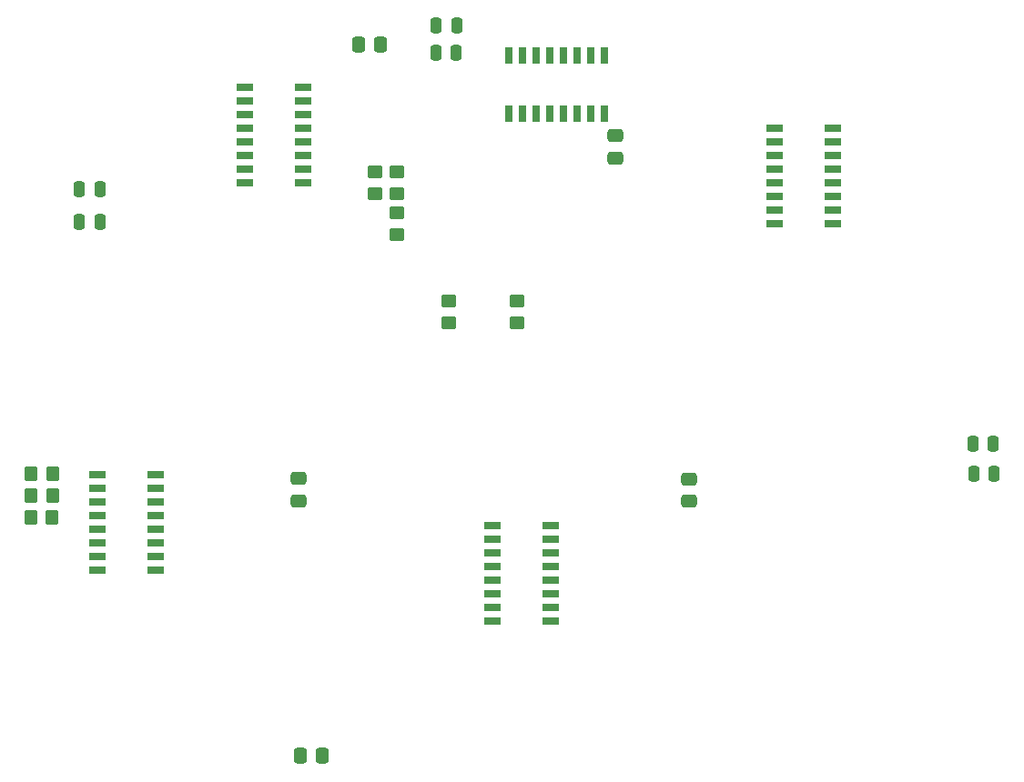
<source format=gbr>
%TF.GenerationSoftware,KiCad,Pcbnew,8.0.2*%
%TF.CreationDate,2025-02-26T22:38:59-05:00*%
%TF.ProjectId,MainPCB,4d61696e-5043-4422-9e6b-696361645f70,rev?*%
%TF.SameCoordinates,Original*%
%TF.FileFunction,Paste,Top*%
%TF.FilePolarity,Positive*%
%FSLAX46Y46*%
G04 Gerber Fmt 4.6, Leading zero omitted, Abs format (unit mm)*
G04 Created by KiCad (PCBNEW 8.0.2) date 2025-02-26 22:38:59*
%MOMM*%
%LPD*%
G01*
G04 APERTURE LIST*
G04 Aperture macros list*
%AMRoundRect*
0 Rectangle with rounded corners*
0 $1 Rounding radius*
0 $2 $3 $4 $5 $6 $7 $8 $9 X,Y pos of 4 corners*
0 Add a 4 corners polygon primitive as box body*
4,1,4,$2,$3,$4,$5,$6,$7,$8,$9,$2,$3,0*
0 Add four circle primitives for the rounded corners*
1,1,$1+$1,$2,$3*
1,1,$1+$1,$4,$5*
1,1,$1+$1,$6,$7*
1,1,$1+$1,$8,$9*
0 Add four rect primitives between the rounded corners*
20,1,$1+$1,$2,$3,$4,$5,0*
20,1,$1+$1,$4,$5,$6,$7,0*
20,1,$1+$1,$6,$7,$8,$9,0*
20,1,$1+$1,$8,$9,$2,$3,0*%
G04 Aperture macros list end*
%ADD10RoundRect,0.250000X-0.250000X-0.475000X0.250000X-0.475000X0.250000X0.475000X-0.250000X0.475000X0*%
%ADD11RoundRect,0.250000X0.250000X0.475000X-0.250000X0.475000X-0.250000X-0.475000X0.250000X-0.475000X0*%
%ADD12RoundRect,0.250000X-0.450000X0.350000X-0.450000X-0.350000X0.450000X-0.350000X0.450000X0.350000X0*%
%ADD13RoundRect,0.250000X0.450000X-0.350000X0.450000X0.350000X-0.450000X0.350000X-0.450000X-0.350000X0*%
%ADD14RoundRect,0.250000X-0.350000X-0.450000X0.350000X-0.450000X0.350000X0.450000X-0.350000X0.450000X0*%
%ADD15RoundRect,0.250000X-0.337500X-0.475000X0.337500X-0.475000X0.337500X0.475000X-0.337500X0.475000X0*%
%ADD16RoundRect,0.250000X0.475000X-0.337500X0.475000X0.337500X-0.475000X0.337500X-0.475000X-0.337500X0*%
%ADD17RoundRect,0.250000X0.337500X0.475000X-0.337500X0.475000X-0.337500X-0.475000X0.337500X-0.475000X0*%
%ADD18R,1.525000X0.650000*%
%ADD19R,0.650000X1.525000*%
%ADD20RoundRect,0.250000X-0.475000X0.337500X-0.475000X-0.337500X0.475000X-0.337500X0.475000X0.337500X0*%
G04 APERTURE END LIST*
D10*
%TO.C,R22*%
X63450000Y-88060000D03*
X65350000Y-88060000D03*
%TD*%
%TO.C,R21*%
X63450000Y-85050000D03*
X65350000Y-85050000D03*
%TD*%
%TO.C,C8*%
X96650000Y-69820000D03*
X98550000Y-69820000D03*
%TD*%
D11*
%TO.C,C3*%
X148524000Y-111506000D03*
X146624000Y-111506000D03*
%TD*%
D12*
%TO.C,R12*%
X92990000Y-83440000D03*
X92990000Y-85440000D03*
%TD*%
D13*
%TO.C,R20*%
X104150000Y-97430000D03*
X104150000Y-95430000D03*
%TD*%
D14*
%TO.C,R17*%
X58928000Y-115570000D03*
X60928000Y-115570000D03*
%TD*%
D15*
%TO.C,R18*%
X83960000Y-137760000D03*
X86035000Y-137760000D03*
%TD*%
D16*
%TO.C,C14*%
X83820000Y-114046000D03*
X83820000Y-111971000D03*
%TD*%
D13*
%TO.C,R19*%
X97760000Y-97460000D03*
X97760000Y-95460000D03*
%TD*%
D17*
%TO.C,C13*%
X91487500Y-71520000D03*
X89412500Y-71520000D03*
%TD*%
D12*
%TO.C,R14*%
X92990000Y-87218000D03*
X92990000Y-89218000D03*
%TD*%
D14*
%TO.C,R15*%
X58960000Y-111506000D03*
X60960000Y-111506000D03*
%TD*%
D18*
%TO.C,IC3*%
X78822000Y-75565000D03*
X78822000Y-76835000D03*
X78822000Y-78105000D03*
X78822000Y-79375000D03*
X78822000Y-80645000D03*
X78822000Y-81915000D03*
X78822000Y-83185000D03*
X78822000Y-84455000D03*
X84246000Y-84455000D03*
X84246000Y-83185000D03*
X84246000Y-81915000D03*
X84246000Y-80645000D03*
X84246000Y-79375000D03*
X84246000Y-78105000D03*
X84246000Y-76835000D03*
X84246000Y-75565000D03*
%TD*%
D19*
%TO.C,IC2*%
X103378000Y-77978000D03*
X104648000Y-77978000D03*
X105918000Y-77978000D03*
X107188000Y-77978000D03*
X108458000Y-77978000D03*
X109728000Y-77978000D03*
X110998000Y-77978000D03*
X112268000Y-77978000D03*
X112268000Y-72554000D03*
X110998000Y-72554000D03*
X109728000Y-72554000D03*
X108458000Y-72554000D03*
X107188000Y-72554000D03*
X105918000Y-72554000D03*
X104648000Y-72554000D03*
X103378000Y-72554000D03*
%TD*%
D11*
%TO.C,C4*%
X148458000Y-108712000D03*
X146558000Y-108712000D03*
%TD*%
D18*
%TO.C,IC1*%
X107278000Y-125222000D03*
X107278000Y-123952000D03*
X107278000Y-122682000D03*
X107278000Y-121412000D03*
X107278000Y-120142000D03*
X107278000Y-118872000D03*
X107278000Y-117602000D03*
X107278000Y-116332000D03*
X101854000Y-116332000D03*
X101854000Y-117602000D03*
X101854000Y-118872000D03*
X101854000Y-120142000D03*
X101854000Y-121412000D03*
X101854000Y-122682000D03*
X101854000Y-123952000D03*
X101854000Y-125222000D03*
%TD*%
D10*
%TO.C,C7*%
X96620000Y-72310000D03*
X98520000Y-72310000D03*
%TD*%
D18*
%TO.C,IC4*%
X70530000Y-120523000D03*
X70530000Y-119253000D03*
X70530000Y-117983000D03*
X70530000Y-116713000D03*
X70530000Y-115443000D03*
X70530000Y-114173000D03*
X70530000Y-112903000D03*
X70530000Y-111633000D03*
X65106000Y-111633000D03*
X65106000Y-112903000D03*
X65106000Y-114173000D03*
X65106000Y-115443000D03*
X65106000Y-116713000D03*
X65106000Y-117983000D03*
X65106000Y-119253000D03*
X65106000Y-120523000D03*
%TD*%
D20*
%TO.C,C11*%
X120142000Y-111992500D03*
X120142000Y-114067500D03*
%TD*%
D12*
%TO.C,R13*%
X90958000Y-83440000D03*
X90958000Y-85440000D03*
%TD*%
D14*
%TO.C,R16*%
X58960000Y-113538000D03*
X60960000Y-113538000D03*
%TD*%
D16*
%TO.C,C12*%
X113300000Y-82117500D03*
X113300000Y-80042500D03*
%TD*%
D18*
%TO.C,IC5*%
X128098000Y-79375000D03*
X128098000Y-80645000D03*
X128098000Y-81915000D03*
X128098000Y-83185000D03*
X128098000Y-84455000D03*
X128098000Y-85725000D03*
X128098000Y-86995000D03*
X128098000Y-88265000D03*
X133522000Y-88265000D03*
X133522000Y-86995000D03*
X133522000Y-85725000D03*
X133522000Y-84455000D03*
X133522000Y-83185000D03*
X133522000Y-81915000D03*
X133522000Y-80645000D03*
X133522000Y-79375000D03*
%TD*%
M02*

</source>
